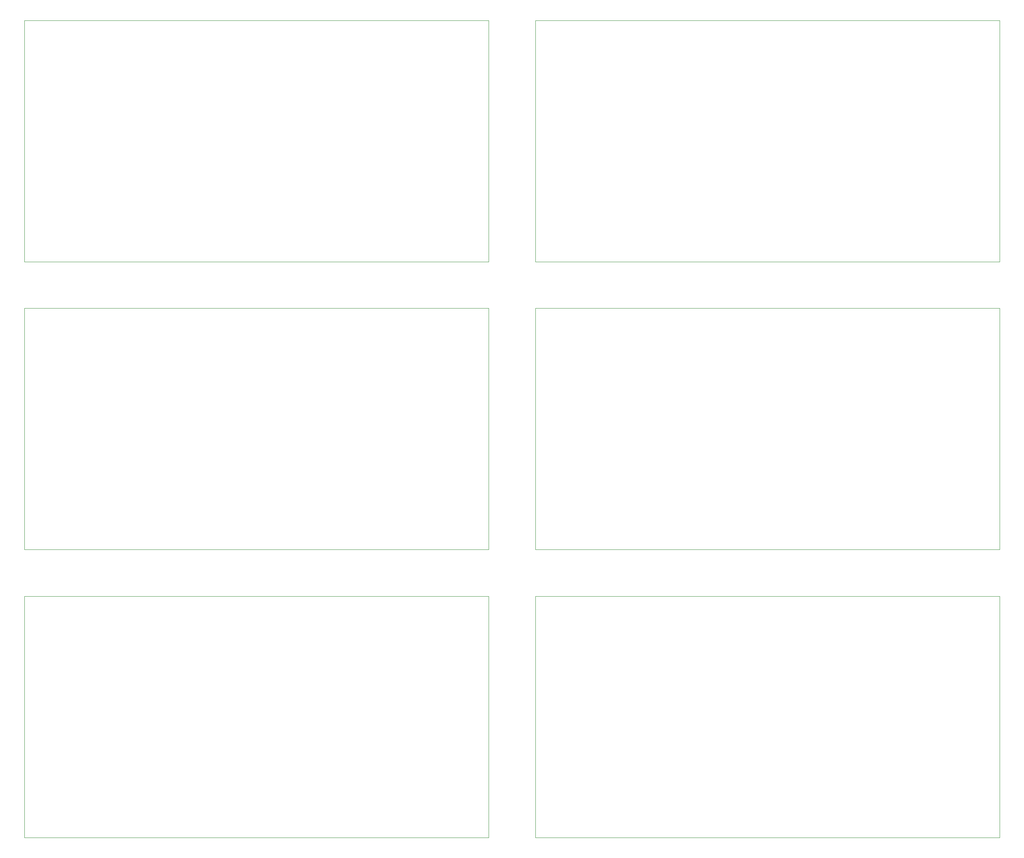
<source format=gbr>
G04 #@! TF.GenerationSoftware,KiCad,Pcbnew,5.1.4*
G04 #@! TF.CreationDate,2019-11-01T23:16:51-03:00*
G04 #@! TF.ProjectId,fonte_18V_panel,666f6e74-655f-4313-9856-5f70616e656c,rev?*
G04 #@! TF.SameCoordinates,Original*
G04 #@! TF.FileFunction,Profile,NP*
%FSLAX46Y46*%
G04 Gerber Fmt 4.6, Leading zero omitted, Abs format (unit mm)*
G04 Created by KiCad (PCBNEW 5.1.4) date 2019-11-01 23:16:51*
%MOMM*%
%LPD*%
G04 APERTURE LIST*
%ADD10C,0.050000*%
G04 APERTURE END LIST*
D10*
X155400000Y-192200000D02*
X155400000Y-140200000D01*
X45400000Y-192200000D02*
X45400000Y-140200000D01*
X155400000Y-130200000D02*
X155400000Y-78200000D01*
X45400000Y-130200000D02*
X45400000Y-78200000D01*
X155400000Y-68200000D02*
X155400000Y-16200000D01*
X255400000Y-140200000D02*
X255400000Y-192200000D01*
X145400000Y-140200000D02*
X145400000Y-192200000D01*
X255400000Y-78200000D02*
X255400000Y-130200000D01*
X145400000Y-78200000D02*
X145400000Y-130200000D01*
X255400000Y-16200000D02*
X255400000Y-68200000D01*
X255400000Y-192200000D02*
X155400000Y-192200000D01*
X145400000Y-192200000D02*
X45400000Y-192200000D01*
X255400000Y-130200000D02*
X155400000Y-130200000D01*
X145400000Y-130200000D02*
X45400000Y-130200000D01*
X255400000Y-68200000D02*
X155400000Y-68200000D01*
X155400000Y-140200000D02*
X255400000Y-140200000D01*
X45400000Y-140200000D02*
X145400000Y-140200000D01*
X155400000Y-78200000D02*
X255400000Y-78200000D01*
X45400000Y-78200000D02*
X145400000Y-78200000D01*
X155400000Y-16200000D02*
X255400000Y-16200000D01*
X45400000Y-68200000D02*
X45400000Y-16200000D01*
X145400000Y-68200000D02*
X45400000Y-68200000D01*
X145400000Y-16200000D02*
X145400000Y-68200000D01*
X45400000Y-16200000D02*
X145400000Y-16200000D01*
M02*

</source>
